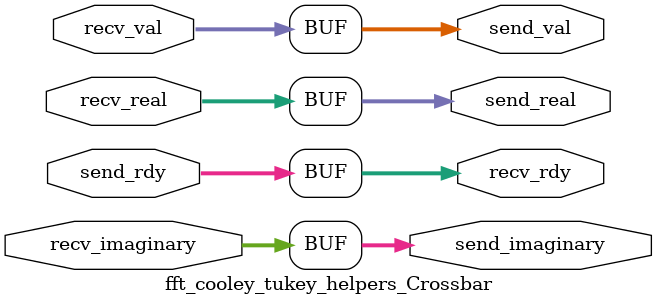
<source format=v>
`default_nettype none
module fft_cooley_tukey_helpers_Crossbar (
	recv_real,
	recv_imaginary,
	recv_val,
	recv_rdy,
	send_real,
	send_imaginary,
	send_val,
	send_rdy
);
	parameter signed [31:0] BIT_WIDTH = 32;
	parameter signed [31:0] SIZE_FFT = 8;
	parameter signed [31:0] STAGE_FFT = 0;
	parameter [0:0] FRONT = 1;
	input wire [(SIZE_FFT * BIT_WIDTH) - 1:0] recv_real;
	input wire [(SIZE_FFT * BIT_WIDTH) - 1:0] recv_imaginary;
	input wire [0:SIZE_FFT - 1] recv_val;
	output wire [0:SIZE_FFT - 1] recv_rdy;
	output wire [(SIZE_FFT * BIT_WIDTH) - 1:0] send_real;
	output wire [(SIZE_FFT * BIT_WIDTH) - 1:0] send_imaginary;
	output wire [0:SIZE_FFT - 1] send_val;
	input wire [0:SIZE_FFT - 1] send_rdy;
	genvar m;
	generate
		for (m = 0; m < (2 ** STAGE_FFT); m = m + 1) begin : genblk1
			genvar i;
			for (i = m; i < SIZE_FFT; i = i + (2 ** (STAGE_FFT + 1))) begin : genblk1
				if (FRONT == 1) begin : genblk1
					assign send_real[((SIZE_FFT - 1) - (i + m)) * BIT_WIDTH+:BIT_WIDTH] = recv_real[((SIZE_FFT - 1) - i) * BIT_WIDTH+:BIT_WIDTH];
					assign send_imaginary[((SIZE_FFT - 1) - (i + m)) * BIT_WIDTH+:BIT_WIDTH] = recv_imaginary[((SIZE_FFT - 1) - i) * BIT_WIDTH+:BIT_WIDTH];
					assign send_val[i + m] = recv_val[i];
					assign recv_rdy[i + m] = send_rdy[i];
					assign send_real[((SIZE_FFT - 1) - ((i + m) + 1)) * BIT_WIDTH+:BIT_WIDTH] = recv_real[((SIZE_FFT - 1) - (i + (2 ** STAGE_FFT))) * BIT_WIDTH+:BIT_WIDTH];
					assign send_imaginary[((SIZE_FFT - 1) - ((i + m) + 1)) * BIT_WIDTH+:BIT_WIDTH] = recv_imaginary[((SIZE_FFT - 1) - (i + (2 ** STAGE_FFT))) * BIT_WIDTH+:BIT_WIDTH];
					assign send_val[(i + m) + 1] = recv_val[i + (2 ** STAGE_FFT)];
					assign recv_rdy[(i + m) + 1] = send_rdy[i + (2 ** STAGE_FFT)];
				end
				else begin : genblk1
					assign send_real[((SIZE_FFT - 1) - i) * BIT_WIDTH+:BIT_WIDTH] = recv_real[((SIZE_FFT - 1) - (i + m)) * BIT_WIDTH+:BIT_WIDTH];
					assign send_imaginary[((SIZE_FFT - 1) - i) * BIT_WIDTH+:BIT_WIDTH] = recv_imaginary[((SIZE_FFT - 1) - (i + m)) * BIT_WIDTH+:BIT_WIDTH];
					assign send_val[i] = recv_val[i + m];
					assign recv_rdy[i] = send_rdy[i + m];
					assign send_real[((SIZE_FFT - 1) - (i + (2 ** STAGE_FFT))) * BIT_WIDTH+:BIT_WIDTH] = recv_real[((SIZE_FFT - 1) - ((i + m) + 1)) * BIT_WIDTH+:BIT_WIDTH];
					assign send_imaginary[((SIZE_FFT - 1) - (i + (2 ** STAGE_FFT))) * BIT_WIDTH+:BIT_WIDTH] = recv_imaginary[((SIZE_FFT - 1) - ((i + m) + 1)) * BIT_WIDTH+:BIT_WIDTH];
					assign send_val[i + (2 ** STAGE_FFT)] = recv_val[(i + m) + 1];
					assign recv_rdy[i + (2 ** STAGE_FFT)] = send_rdy[(i + m) + 1];
				end
			end
		end
	endgenerate
endmodule

</source>
